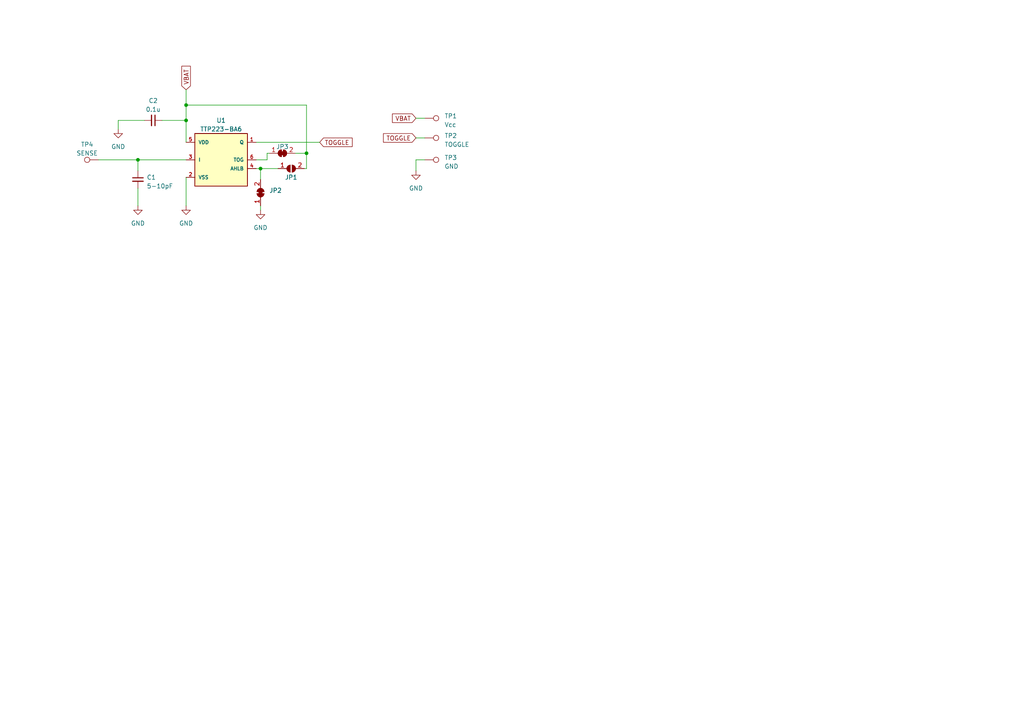
<source format=kicad_sch>
(kicad_sch (version 20230121) (generator eeschema)
  (paper "A4")
  (lib_symbols
    (symbol "Connector:TestPoint" (pin_numbers hide) (pin_names (offset 0.762) hide)
      (property "Reference" "TP" (at 0 6.858 0))
      (property "Value" "TestPoint" (at 0 5.08 0))
      (symbol "TestPoint_0_1"
        (circle (center 0 3.302) (radius 0.762))
      )
      (symbol "TestPoint_1_1"
        (pin passive line (at 0 0 90) (length 2.54) (name "1") (number "1"))
      )
    )
    (symbol "Device:C_Small" (pin_numbers hide) (pin_names (offset 0.254) hide)
      (property "Reference" "C" (at 0.254 1.778 0))
      (property "Value" "C_Small" (at 0.254 -2.032 0))
      (symbol "C_Small_0_1"
        (polyline (pts (xy -1.524 -0.508) (xy 1.524 -0.508)) (stroke (width 0.3302)))
        (polyline (pts (xy -1.524 0.508) (xy 1.524 0.508)) (stroke (width 0.3048)))
      )
      (symbol "C_Small_1_1"
        (pin passive line (at 0 2.54 270) (length 2.032) (name "~") (number "1"))
        (pin passive line (at 0 -2.54 90) (length 2.032) (name "~") (number "2"))
      )
    )
    (symbol "Jumper:SolderJumper_2_Bridged" (pin_names (offset 0) hide)
      (property "Reference" "JP" (at 0 2.032 0))
      (property "Value" "SolderJumper_2_Bridged" (at 0 -2.54 0))
      (symbol "SolderJumper_2_Bridged_0_1"
        (rectangle (start -0.508 0.508) (end 0.508 -0.508) (fill (type outline)))
        (arc (start -0.254 1.016) (mid -1.2656 0) (end -0.254 -1.016))
        (arc (start -0.254 1.016) (mid -1.2656 0) (end -0.254 -1.016) (fill (type outline)))
        (polyline (pts (xy -0.254 1.016) (xy -0.254 -1.016)))
        (polyline (pts (xy 0.254 1.016) (xy 0.254 -1.016)))
        (arc (start 0.254 -1.016) (mid 1.2656 0) (end 0.254 1.016))
        (arc (start 0.254 -1.016) (mid 1.2656 0) (end 0.254 1.016) (fill (type outline)))
      )
      (symbol "SolderJumper_2_Bridged_1_1"
        (pin passive line (at -3.81 0 0) (length 2.54) (name "A") (number "1"))
        (pin passive line (at 3.81 0 180) (length 2.54) (name "B") (number "2"))
      )
    )
    (symbol "Jumper:SolderJumper_2_Open" (pin_names (offset 0) hide)
      (property "Reference" "JP" (at 0 2.032 0))
      (property "Value" "SolderJumper_2_Open" (at 0 -2.54 0))
      (symbol "SolderJumper_2_Open_0_1"
        (arc (start -0.254 1.016) (mid -1.2656 0) (end -0.254 -1.016))
        (arc (start -0.254 1.016) (mid -1.2656 0) (end -0.254 -1.016) (fill (type outline)))
        (polyline (pts (xy -0.254 1.016) (xy -0.254 -1.016)))
        (polyline (pts (xy 0.254 1.016) (xy 0.254 -1.016)))
        (arc (start 0.254 -1.016) (mid 1.2656 0) (end 0.254 1.016))
        (arc (start 0.254 -1.016) (mid 1.2656 0) (end 0.254 1.016) (fill (type outline)))
      )
      (symbol "SolderJumper_2_Open_1_1"
        (pin passive line (at -3.81 0 0) (length 2.54) (name "A") (number "1"))
        (pin passive line (at 3.81 0 180) (length 2.54) (name "B") (number "2"))
      )
    )
    (symbol "TTP223-BA6:TTP223-BA6" (pin_names (offset 1.016))
      (property "Reference" "U" (at -7.62 8.128 0))
      (property "Value" "TTP223-BA6" (at -7.62 -9.906 0))
      (symbol "TTP223-BA6_0_0"
        (rectangle (start -7.62 -7.62) (end 7.62 7.62) (stroke (width 0.254)) (fill (type background)))
        (pin output line (at 10.16 5.08 180) (length 2.54) (name "Q") (number "1"))
        (pin power_in line (at -10.16 -5.08 0) (length 2.54) (name "VSS") (number "2"))
        (pin bidirectional line (at -10.16 0 0) (length 2.54) (name "I") (number "3"))
        (pin input line (at 10.16 -2.54 180) (length 2.54) (name "AHLB") (number "4"))
        (pin power_in line (at -10.16 5.08 0) (length 2.54) (name "VDD") (number "5"))
        (pin input line (at 10.16 0 180) (length 2.54) (name "TOG") (number "6"))
      )
    )
    (symbol "power:GND" (power) (pin_names (offset 0))
      (property "Value" "GND" (at 0 -3.81 0))
      (symbol "GND_0_1"
        (polyline (pts (xy 0 0) (xy 0 -1.27) (xy 1.27 -1.27) (xy 0 -2.54) (xy -1.27 -1.27) (xy 0 -1.27)))
      )
      (symbol "GND_1_1"
        (pin power_in line (at 0 0 270) (length 0) hide (name "GND") (number "1"))
      )
    )
  )
  (junction (at 53.975 30.48))
  (junction (at 88.9 44.45))
  (junction (at 75.565 48.895))
  (junction (at 40.005 46.355))
  (junction (at 53.975 34.925))
  (wire (pts (xy 120.65 40.005) (xy 123.19 40.005)))
  (wire (pts (xy 46.99 34.925) (xy 53.975 34.925)))
  (wire (pts (xy 41.91 34.925) (xy 34.29 34.925)))
  (wire (pts (xy 120.65 34.29) (xy 123.19 34.29)))
  (wire (pts (xy 75.565 48.895) (xy 80.645 48.895)))
  (wire (pts (xy 75.565 59.69) (xy 75.565 60.96)))
  (wire (pts (xy 74.295 41.275) (xy 92.71 41.275)))
  (wire (pts (xy 34.29 34.925) (xy 34.29 37.465)))
  (wire (pts (xy 77.47 44.45) (xy 77.47 46.355)))
  (wire (pts (xy 75.565 48.895) (xy 75.565 52.07)))
  (wire (pts (xy 53.975 46.355) (xy 40.005 46.355)))
  (wire (pts (xy 88.9 44.45) (xy 88.9 48.895)))
  (wire (pts (xy 53.975 26.035) (xy 53.975 30.48)))
  (wire (pts (xy 74.295 48.895) (xy 75.565 48.895)))
  (wire (pts (xy 77.47 46.355) (xy 74.295 46.355)))
  (wire (pts (xy 88.9 30.48) (xy 88.9 44.45)))
  (wire (pts (xy 53.975 51.435) (xy 53.975 59.69)))
  (wire (pts (xy 77.47 44.45) (xy 78.105 44.45)))
  (wire (pts (xy 53.975 34.925) (xy 53.975 41.275)))
  (wire (pts (xy 40.005 54.61) (xy 40.005 59.69)))
  (wire (pts (xy 53.975 30.48) (xy 53.975 34.925)))
  (wire (pts (xy 120.65 46.355) (xy 120.65 49.53)))
  (wire (pts (xy 123.19 46.355) (xy 120.65 46.355)))
  (wire (pts (xy 88.265 48.895) (xy 88.9 48.895)))
  (wire (pts (xy 40.005 46.355) (xy 40.005 49.53)))
  (wire (pts (xy 28.575 46.355) (xy 40.005 46.355)))
  (wire (pts (xy 53.975 30.48) (xy 88.9 30.48)))
  (wire (pts (xy 85.725 44.45) (xy 88.9 44.45)))
  (global_label "VBAT" (shape input) (at 120.65 34.29 180) (property "Intersheetrefs" "${INTERSHEET_REFS}" (effects hide)))
  (global_label "TOGGLE" (shape input) (at 92.71 41.275 0) (property "Intersheetrefs" "${INTERSHEET_REFS}" (effects hide)))
  (global_label "VBAT" (shape input) (at 53.975 26.035 90) (property "Intersheetrefs" "${INTERSHEET_REFS}" (effects hide)))
  (global_label "TOGGLE" (shape input) (at 120.65 40.005 180) (property "Intersheetrefs" "${INTERSHEET_REFS}" (effects hide)))
  (symbol (lib_id "power:GND") (at 53.975 59.69 0) (unit 1)
    (property "Reference" "#PWR03" (effects hide))
    (property "Value" "GND" (at 53.975 64.77 0))
  )
  (symbol (lib_id "Jumper:SolderJumper_2_Bridged") (at 81.915 44.45 0) (unit 1)
    (property "Reference" "JP3" (at 81.915 42.545 0))
    (property "Value" "SolderJumper_2_Bridged" (effects hide))
    (property "Footprint" "Jumper:SolderJumper-2_P1.3mm_Bridged_RoundedPad1.0x1.5mm" (effects hide))
  )
  (symbol (lib_id "Jumper:SolderJumper_2_Bridged") (at 75.565 55.88 90) (unit 1)
    (property "Reference" "JP2" (at 78.105 55.245 90) (effects (justify right)))
    (property "Value" "SolderJumper_2_Bridged" (effects hide))
    (property "Footprint" "Jumper:SolderJumper-2_P1.3mm_Bridged_RoundedPad1.0x1.5mm" (effects hide))
  )
  (symbol (lib_id "Device:C_Small") (at 40.005 52.07 0) (unit 1)
    (property "Reference" "C1" (at 42.545 51.4413 0) (effects (justify left)))
    (property "Value" "5-10pF" (at 42.545 53.9813 0) (effects (justify left)))
    (property "Footprint" "Capacitor_SMD:C_0805_2012Metric" (effects hide))
    (property "LCSC" "C107110" (effects hide))
  )
  (symbol (lib_id "Connector:TestPoint") (at 28.575 46.355 90) (unit 1)
    (property "Reference" "TP4" (at 25.273 41.91 90))
    (property "Value" "SENSE" (at 25.273 44.45 90))
    (property "Footprint" "TestPoint:TestPoint_Pad_D4.0mm" (effects hide))
  )
  (symbol (lib_id "power:GND") (at 40.005 59.69 0) (unit 1)
    (property "Reference" "#PWR02" (effects hide))
    (property "Value" "GND" (at 40.005 64.77 0))
  )
  (symbol (lib_id "Device:C_Small") (at 44.45 34.925 270) (unit 1)
    (property "Reference" "C2" (at 44.4436 29.21 90))
    (property "Value" "0.1u" (at 44.4436 31.75 90))
    (property "Footprint" "Capacitor_SMD:C_0805_2012Metric" (effects hide))
    (property "LCSC" "C49678" (effects hide))
  )
  (symbol (lib_id "Connector:TestPoint") (at 123.19 34.29 270) (unit 1)
    (property "Reference" "TP1" (at 128.905 33.655 90) (effects (justify left)))
    (property "Value" "Vcc" (at 128.905 36.195 90) (effects (justify left)))
    (property "Footprint" "TestPoint:TestPoint_Pad_1.5x1.5mm" (effects hide))
  )
  (symbol (lib_id "power:GND") (at 120.65 49.53 0) (unit 1)
    (property "Reference" "#PWR05" (effects hide))
    (property "Value" "GND" (at 120.65 54.61 0))
  )
  (symbol (lib_id "power:GND") (at 75.565 60.96 0) (unit 1)
    (property "Reference" "#PWR04" (effects hide))
    (property "Value" "GND" (at 75.565 66.04 0))
  )
  (symbol (lib_id "power:GND") (at 34.29 37.465 0) (unit 1)
    (property "Reference" "#PWR01" (effects hide))
    (property "Value" "GND" (at 34.29 42.545 0))
  )
  (symbol (lib_id "Connector:TestPoint") (at 123.19 46.355 270) (unit 1)
    (property "Reference" "TP3" (at 128.905 45.72 90) (effects (justify left)))
    (property "Value" "GND" (at 128.905 48.26 90) (effects (justify left)))
    (property "Footprint" "TestPoint:TestPoint_Pad_1.5x1.5mm" (effects hide))
  )
  (symbol (lib_id "TTP223-BA6:TTP223-BA6") (at 64.135 46.355 0) (unit 1)
    (property "Reference" "U1" (at 64.135 34.925 0))
    (property "Value" "TTP223-BA6" (at 64.135 37.465 0))
    (property "Footprint" "Package_TO_SOT_SMD:SOT-23-6" (effects hide))
    (property "LIB" "CID" (effects hide))
    (property "LCSC" "C1693666" (effects hide))
  )
  (symbol (lib_id "Connector:TestPoint") (at 123.19 40.005 270) (unit 1)
    (property "Reference" "TP2" (at 128.905 39.37 90) (effects (justify left)))
    (property "Value" "TOGGLE" (at 128.905 41.91 90) (effects (justify left)))
    (property "Footprint" "TestPoint:TestPoint_Pad_1.5x1.5mm" (effects hide))
  )
  (symbol (lib_id "Jumper:SolderJumper_2_Open") (at 84.455 48.895 0) (unit 1)
    (property "Reference" "JP1" (at 84.455 51.435 0))
    (property "Value" "SolderJumper_2_Open" (effects hide))
    (property "Footprint" "Jumper:SolderJumper-2_P1.3mm_Open_RoundedPad1.0x1.5mm" (effects hide))
  )
)
</source>
